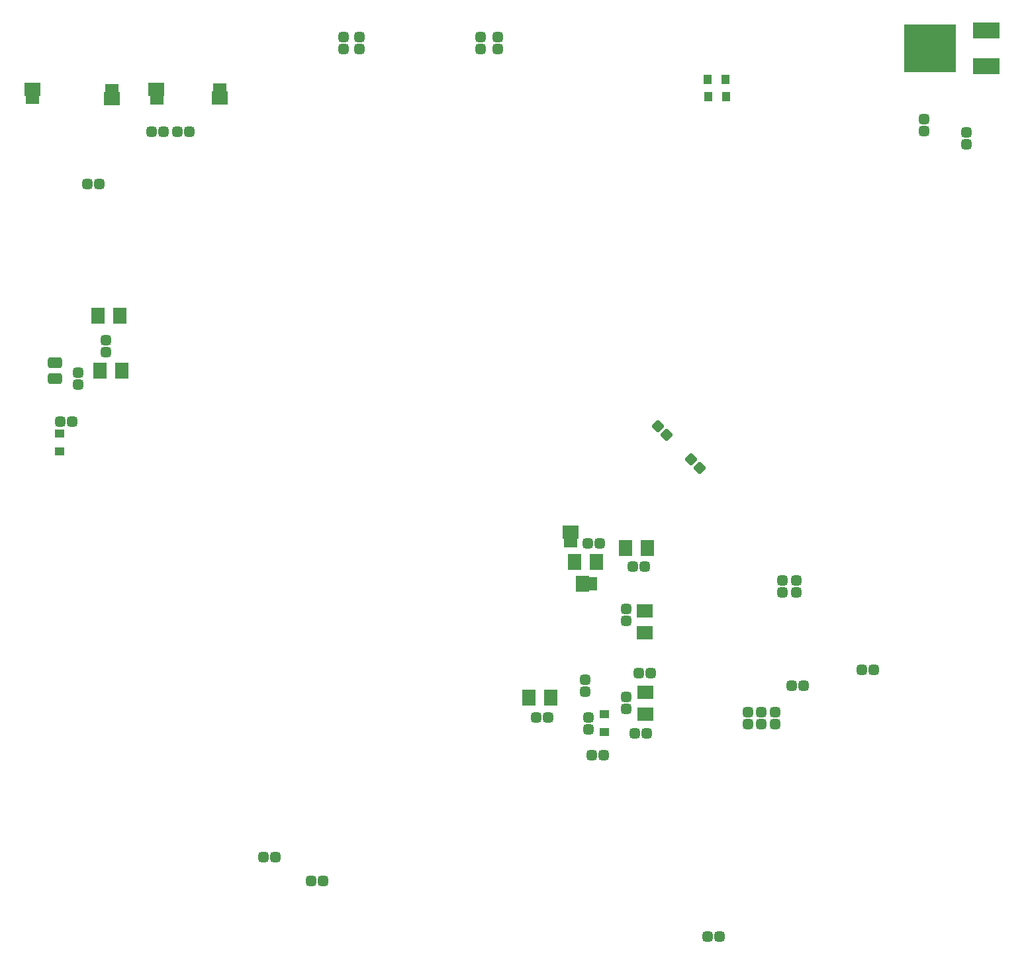
<source format=gbp>
G04 Layer_Color=128*
%FSLAX24Y24*%
%MOIN*%
G70*
G01*
G75*
%ADD98R,0.0670X0.0790*%
G04:AMPARAMS|DCode=100|XSize=50.7mil|YSize=50.7mil|CornerRadius=12.2mil|HoleSize=0mil|Usage=FLASHONLY|Rotation=270.000|XOffset=0mil|YOffset=0mil|HoleType=Round|Shape=RoundedRectangle|*
%AMROUNDEDRECTD100*
21,1,0.0507,0.0262,0,0,270.0*
21,1,0.0262,0.0507,0,0,270.0*
1,1,0.0245,-0.0131,-0.0131*
1,1,0.0245,-0.0131,0.0131*
1,1,0.0245,0.0131,0.0131*
1,1,0.0245,0.0131,-0.0131*
%
%ADD100ROUNDEDRECTD100*%
G04:AMPARAMS|DCode=101|XSize=50.7mil|YSize=50.7mil|CornerRadius=12.2mil|HoleSize=0mil|Usage=FLASHONLY|Rotation=0.000|XOffset=0mil|YOffset=0mil|HoleType=Round|Shape=RoundedRectangle|*
%AMROUNDEDRECTD101*
21,1,0.0507,0.0262,0,0,0.0*
21,1,0.0262,0.0507,0,0,0.0*
1,1,0.0245,0.0131,-0.0131*
1,1,0.0245,-0.0131,-0.0131*
1,1,0.0245,-0.0131,0.0131*
1,1,0.0245,0.0131,0.0131*
%
%ADD101ROUNDEDRECTD101*%
%ADD106R,0.0709X0.0787*%
%ADD109R,0.0407X0.0657*%
%ADD111R,0.0484X0.0405*%
%ADD115R,0.0405X0.0484*%
%ADD186R,0.0790X0.0670*%
G04:AMPARAMS|DCode=187|XSize=50.7mil|YSize=50.7mil|CornerRadius=12.2mil|HoleSize=0mil|Usage=FLASHONLY|Rotation=315.000|XOffset=0mil|YOffset=0mil|HoleType=Round|Shape=RoundedRectangle|*
%AMROUNDEDRECTD187*
21,1,0.0507,0.0262,0,0,315.0*
21,1,0.0262,0.0507,0,0,315.0*
1,1,0.0245,0.0000,-0.0186*
1,1,0.0245,-0.0186,0.0000*
1,1,0.0245,0.0000,0.0186*
1,1,0.0245,0.0186,0.0000*
%
%ADD187ROUNDEDRECTD187*%
G04:AMPARAMS|DCode=188|XSize=55.7mil|YSize=70.7mil|CornerRadius=12.9mil|HoleSize=0mil|Usage=FLASHONLY|Rotation=90.000|XOffset=0mil|YOffset=0mil|HoleType=Round|Shape=RoundedRectangle|*
%AMROUNDEDRECTD188*
21,1,0.0557,0.0450,0,0,90.0*
21,1,0.0300,0.0707,0,0,90.0*
1,1,0.0257,0.0225,0.0150*
1,1,0.0257,0.0225,-0.0150*
1,1,0.0257,-0.0225,-0.0150*
1,1,0.0257,-0.0225,0.0150*
%
%ADD188ROUNDEDRECTD188*%
%ADD189R,0.0657X0.0407*%
%ADD190R,0.1339X0.0787*%
%ADD191R,0.2598X0.2441*%
%ADD192R,0.0787X0.0709*%
D98*
X29554Y20033D02*
D03*
D100*
X17520Y46964D02*
D03*
Y47564D02*
D03*
X18307Y46964D02*
D03*
Y47564D02*
D03*
X24409Y46964D02*
D03*
Y47564D02*
D03*
X25295Y46964D02*
D03*
Y47564D02*
D03*
X39630Y20200D02*
D03*
Y19600D02*
D03*
X40320Y19590D02*
D03*
Y20190D02*
D03*
X5542Y32290D02*
D03*
Y31690D02*
D03*
X4164Y30076D02*
D03*
Y30676D02*
D03*
X38563Y13568D02*
D03*
Y12968D02*
D03*
X37874Y13568D02*
D03*
Y12968D02*
D03*
X31747Y18163D02*
D03*
Y18763D02*
D03*
X39252Y12968D02*
D03*
Y13568D02*
D03*
X29843Y12692D02*
D03*
Y13292D02*
D03*
X29700Y15200D02*
D03*
Y14600D02*
D03*
X31747Y14334D02*
D03*
Y13734D02*
D03*
X46772Y42850D02*
D03*
Y43450D02*
D03*
X48878Y42180D02*
D03*
Y42780D02*
D03*
D101*
X9749Y42815D02*
D03*
X9149D02*
D03*
X8469D02*
D03*
X7869D02*
D03*
X15881Y5079D02*
D03*
X16481D02*
D03*
X5221Y40157D02*
D03*
X4621D02*
D03*
X3257Y28215D02*
D03*
X3857D02*
D03*
X43610Y15700D02*
D03*
X44210D02*
D03*
X32377Y15551D02*
D03*
X32977D02*
D03*
X32195Y12499D02*
D03*
X32795D02*
D03*
X14080Y6260D02*
D03*
X13480D02*
D03*
X40690Y14890D02*
D03*
X40090D02*
D03*
X30433Y22085D02*
D03*
X29833D02*
D03*
X32077Y20904D02*
D03*
X32677D02*
D03*
X30630Y11396D02*
D03*
X30030D02*
D03*
X27215Y13306D02*
D03*
X27815D02*
D03*
X35842Y2283D02*
D03*
X36442D02*
D03*
D106*
X31728Y21830D02*
D03*
X32830D02*
D03*
X5148Y33526D02*
D03*
X6250D02*
D03*
X5266Y30770D02*
D03*
X6369D02*
D03*
X27968Y14290D02*
D03*
X26865D02*
D03*
X30271Y21141D02*
D03*
X29168D02*
D03*
D109*
X29459Y20038D02*
D03*
X29779D02*
D03*
X30099D02*
D03*
D111*
X3233Y27622D02*
D03*
Y26717D02*
D03*
X30645Y12558D02*
D03*
Y13463D02*
D03*
D115*
X35866Y45453D02*
D03*
X36772D02*
D03*
X36791Y44567D02*
D03*
X35886D02*
D03*
D186*
X1845Y44949D02*
D03*
X5871Y44460D02*
D03*
X8105Y44930D02*
D03*
X11304Y44499D02*
D03*
X28947Y22625D02*
D03*
D187*
X33351Y27968D02*
D03*
X33775Y27544D02*
D03*
X35448Y25871D02*
D03*
X35024Y26295D02*
D03*
D188*
X2983Y31170D02*
D03*
Y30370D02*
D03*
D189*
X1850Y45044D02*
D03*
Y44724D02*
D03*
Y44404D02*
D03*
X5866Y44365D02*
D03*
Y44685D02*
D03*
Y45005D02*
D03*
X8110Y45025D02*
D03*
Y44705D02*
D03*
Y44385D02*
D03*
X11299Y44404D02*
D03*
Y44724D02*
D03*
Y45044D02*
D03*
X28952Y22720D02*
D03*
Y22400D02*
D03*
Y22080D02*
D03*
D190*
X49882Y47905D02*
D03*
Y46110D02*
D03*
D191*
X47055Y47008D02*
D03*
D192*
X32712Y14585D02*
D03*
Y13483D02*
D03*
X32692Y17558D02*
D03*
Y18660D02*
D03*
M02*

</source>
